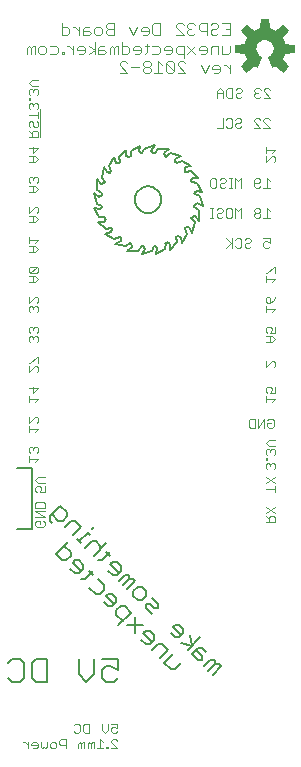
<source format=gbo>
G75*
%MOIN*%
%OFA0B0*%
%FSLAX25Y25*%
%IPPOS*%
%LPD*%
%AMOC8*
5,1,8,0,0,1.08239X$1,22.5*
%
%ADD10C,0.00300*%
%ADD11C,0.00800*%
%ADD12C,0.00500*%
%ADD13C,0.00787*%
%ADD14C,0.00700*%
D10*
X0028253Y0020118D02*
X0028770Y0020118D01*
X0029804Y0019084D01*
X0029804Y0018050D02*
X0029804Y0020118D01*
X0030866Y0019601D02*
X0030866Y0019084D01*
X0032935Y0019084D01*
X0032935Y0018567D02*
X0032935Y0019601D01*
X0032418Y0020118D01*
X0031383Y0020118D01*
X0030866Y0019601D01*
X0031383Y0018050D02*
X0032418Y0018050D01*
X0032935Y0018567D01*
X0033997Y0018567D02*
X0033997Y0020118D01*
X0033997Y0018567D02*
X0034514Y0018050D01*
X0035031Y0018567D01*
X0035548Y0018050D01*
X0036065Y0018567D01*
X0036065Y0020118D01*
X0037128Y0019601D02*
X0037645Y0020118D01*
X0038679Y0020118D01*
X0039196Y0019601D01*
X0039196Y0018567D01*
X0038679Y0018050D01*
X0037645Y0018050D01*
X0037128Y0018567D01*
X0037128Y0019601D01*
X0040258Y0019601D02*
X0040775Y0019084D01*
X0042327Y0019084D01*
X0042327Y0018050D02*
X0042327Y0021153D01*
X0040775Y0021153D01*
X0040258Y0020636D01*
X0040258Y0019601D01*
X0044954Y0023667D02*
X0045471Y0023150D01*
X0046506Y0023150D01*
X0047023Y0023667D01*
X0047023Y0025736D01*
X0046506Y0026253D01*
X0045471Y0026253D01*
X0044954Y0025736D01*
X0047037Y0020118D02*
X0046520Y0019601D01*
X0046520Y0018050D01*
X0047554Y0018050D02*
X0047554Y0019601D01*
X0047037Y0020118D01*
X0047554Y0019601D02*
X0048071Y0020118D01*
X0048588Y0020118D01*
X0048588Y0018050D01*
X0049650Y0018050D02*
X0049650Y0019601D01*
X0050167Y0020118D01*
X0050685Y0019601D01*
X0050685Y0018050D01*
X0051719Y0018050D02*
X0051719Y0020118D01*
X0051202Y0020118D01*
X0050685Y0019601D01*
X0052781Y0018050D02*
X0054849Y0018050D01*
X0053815Y0018050D02*
X0053815Y0021153D01*
X0054849Y0020118D01*
X0055898Y0018567D02*
X0055898Y0018050D01*
X0056415Y0018050D01*
X0056415Y0018567D01*
X0055898Y0018567D01*
X0057477Y0018050D02*
X0059545Y0018050D01*
X0057477Y0020118D01*
X0057477Y0020636D01*
X0057994Y0021153D01*
X0059028Y0021153D01*
X0059545Y0020636D01*
X0059028Y0023150D02*
X0057994Y0023150D01*
X0057477Y0023667D01*
X0057477Y0024701D01*
X0057994Y0025218D01*
X0058511Y0025218D01*
X0059545Y0024701D01*
X0059545Y0026253D01*
X0057477Y0026253D01*
X0056415Y0026253D02*
X0056415Y0024184D01*
X0055381Y0023150D01*
X0054346Y0024184D01*
X0054346Y0026253D01*
X0050153Y0026253D02*
X0050153Y0023150D01*
X0048602Y0023150D01*
X0048085Y0023667D01*
X0048085Y0025736D01*
X0048602Y0026253D01*
X0050153Y0026253D01*
X0059028Y0023150D02*
X0059545Y0023667D01*
X0034756Y0091854D02*
X0032687Y0091854D01*
X0032170Y0092371D01*
X0032170Y0093405D01*
X0032687Y0093922D01*
X0033721Y0093922D01*
X0033721Y0092888D01*
X0034756Y0091854D02*
X0035273Y0092371D01*
X0035273Y0093405D01*
X0034756Y0093922D01*
X0035273Y0094985D02*
X0032170Y0097053D01*
X0035273Y0097053D01*
X0035273Y0098115D02*
X0035273Y0099667D01*
X0034756Y0100184D01*
X0032687Y0100184D01*
X0032170Y0099667D01*
X0032170Y0098115D01*
X0035273Y0098115D01*
X0035273Y0094985D02*
X0032170Y0094985D01*
X0032687Y0103419D02*
X0032170Y0103936D01*
X0032170Y0104971D01*
X0032687Y0105488D01*
X0033721Y0105488D01*
X0034239Y0104971D01*
X0034239Y0104454D01*
X0033721Y0103419D01*
X0035273Y0103419D01*
X0035273Y0105488D01*
X0035273Y0106550D02*
X0033204Y0106550D01*
X0032170Y0107584D01*
X0033204Y0108618D01*
X0035273Y0108618D01*
X0032114Y0113419D02*
X0033148Y0114454D01*
X0030045Y0114454D01*
X0030045Y0115488D02*
X0030045Y0113419D01*
X0030562Y0116550D02*
X0030045Y0117067D01*
X0030045Y0118101D01*
X0030562Y0118618D01*
X0031079Y0118618D01*
X0031596Y0118101D01*
X0031596Y0117584D01*
X0031596Y0118101D02*
X0032114Y0118618D01*
X0032631Y0118618D01*
X0033148Y0118101D01*
X0033148Y0117067D01*
X0032631Y0116550D01*
X0032114Y0123419D02*
X0033148Y0124454D01*
X0030045Y0124454D01*
X0030045Y0125488D02*
X0030045Y0123419D01*
X0030045Y0126550D02*
X0032114Y0128618D01*
X0032631Y0128618D01*
X0033148Y0128101D01*
X0033148Y0127067D01*
X0032631Y0126550D01*
X0030045Y0126550D02*
X0030045Y0128618D01*
X0030045Y0133419D02*
X0030045Y0135488D01*
X0030045Y0134454D02*
X0033148Y0134454D01*
X0032114Y0133419D01*
X0031596Y0136550D02*
X0031596Y0138618D01*
X0030045Y0138101D02*
X0033148Y0138101D01*
X0031596Y0136550D01*
X0032631Y0143419D02*
X0033148Y0143936D01*
X0033148Y0144971D01*
X0032631Y0145488D01*
X0032114Y0145488D01*
X0030045Y0143419D01*
X0030045Y0145488D01*
X0030045Y0146550D02*
X0030562Y0146550D01*
X0032631Y0148618D01*
X0033148Y0148618D01*
X0033148Y0146550D01*
X0032631Y0153419D02*
X0033148Y0153936D01*
X0033148Y0154971D01*
X0032631Y0155488D01*
X0032114Y0155488D01*
X0031596Y0154971D01*
X0031079Y0155488D01*
X0030562Y0155488D01*
X0030045Y0154971D01*
X0030045Y0153936D01*
X0030562Y0153419D01*
X0031596Y0154454D02*
X0031596Y0154971D01*
X0030562Y0156550D02*
X0030045Y0157067D01*
X0030045Y0158101D01*
X0030562Y0158618D01*
X0031079Y0158618D01*
X0031596Y0158101D01*
X0031596Y0157584D01*
X0031596Y0158101D02*
X0032114Y0158618D01*
X0032631Y0158618D01*
X0033148Y0158101D01*
X0033148Y0157067D01*
X0032631Y0156550D01*
X0032631Y0163419D02*
X0033148Y0163936D01*
X0033148Y0164971D01*
X0032631Y0165488D01*
X0032114Y0165488D01*
X0031596Y0164971D01*
X0031079Y0165488D01*
X0030562Y0165488D01*
X0030045Y0164971D01*
X0030045Y0163936D01*
X0030562Y0163419D01*
X0031596Y0164454D02*
X0031596Y0164971D01*
X0032631Y0166550D02*
X0033148Y0167067D01*
X0033148Y0168101D01*
X0032631Y0168618D01*
X0032114Y0168618D01*
X0030045Y0166550D01*
X0030045Y0168618D01*
X0030045Y0173419D02*
X0032114Y0173419D01*
X0033148Y0174454D01*
X0032114Y0175488D01*
X0030045Y0175488D01*
X0030562Y0176550D02*
X0032631Y0178618D01*
X0030562Y0178618D01*
X0030045Y0178101D01*
X0030045Y0177067D01*
X0030562Y0176550D01*
X0032631Y0176550D01*
X0033148Y0177067D01*
X0033148Y0178101D01*
X0032631Y0178618D01*
X0031596Y0175488D02*
X0031596Y0173419D01*
X0031596Y0183419D02*
X0031596Y0185488D01*
X0032114Y0185488D02*
X0030045Y0185488D01*
X0030045Y0186550D02*
X0030045Y0188618D01*
X0030045Y0187584D02*
X0033148Y0187584D01*
X0032114Y0186550D01*
X0032114Y0185488D02*
X0033148Y0184454D01*
X0032114Y0183419D01*
X0030045Y0183419D01*
X0030045Y0193419D02*
X0032114Y0193419D01*
X0033148Y0194454D01*
X0032114Y0195488D01*
X0030045Y0195488D01*
X0030045Y0196550D02*
X0032114Y0198618D01*
X0032631Y0198618D01*
X0033148Y0198101D01*
X0033148Y0197067D01*
X0032631Y0196550D01*
X0031596Y0195488D02*
X0031596Y0193419D01*
X0030045Y0196550D02*
X0030045Y0198618D01*
X0030045Y0203419D02*
X0032114Y0203419D01*
X0033148Y0204454D01*
X0032114Y0205488D01*
X0030045Y0205488D01*
X0030562Y0206550D02*
X0030045Y0207067D01*
X0030045Y0208101D01*
X0030562Y0208618D01*
X0031079Y0208618D01*
X0031596Y0208101D01*
X0031596Y0207584D01*
X0031596Y0208101D02*
X0032114Y0208618D01*
X0032631Y0208618D01*
X0033148Y0208101D01*
X0033148Y0207067D01*
X0032631Y0206550D01*
X0031596Y0205488D02*
X0031596Y0203419D01*
X0031596Y0213419D02*
X0031596Y0215488D01*
X0032114Y0215488D02*
X0030045Y0215488D01*
X0031596Y0216550D02*
X0031596Y0218618D01*
X0030045Y0218101D02*
X0033148Y0218101D01*
X0031596Y0216550D01*
X0032114Y0215488D02*
X0033148Y0214454D01*
X0032114Y0213419D01*
X0030045Y0213419D01*
X0030045Y0221854D02*
X0033148Y0221854D01*
X0033148Y0223405D01*
X0032631Y0223922D01*
X0031596Y0223922D01*
X0031079Y0223405D01*
X0031079Y0221854D01*
X0031079Y0222888D02*
X0030045Y0223922D01*
X0030562Y0224985D02*
X0030045Y0225502D01*
X0030045Y0226536D01*
X0030562Y0227053D01*
X0031079Y0227053D01*
X0031596Y0226536D01*
X0031596Y0225502D01*
X0032114Y0224985D01*
X0032631Y0224985D01*
X0033148Y0225502D01*
X0033148Y0226536D01*
X0032631Y0227053D01*
X0033148Y0228115D02*
X0033148Y0230184D01*
X0032631Y0231071D02*
X0033148Y0231588D01*
X0033148Y0232623D01*
X0032631Y0233140D01*
X0032114Y0233140D01*
X0031596Y0232623D01*
X0031079Y0233140D01*
X0030562Y0233140D01*
X0030045Y0232623D01*
X0030045Y0231588D01*
X0030562Y0231071D01*
X0031596Y0232106D02*
X0031596Y0232623D01*
X0030562Y0234202D02*
X0030562Y0234719D01*
X0030045Y0234719D01*
X0030045Y0234202D01*
X0030562Y0234202D01*
X0030562Y0235767D02*
X0030045Y0236284D01*
X0030045Y0237319D01*
X0030562Y0237836D01*
X0031079Y0237836D01*
X0031596Y0237319D01*
X0031596Y0236802D01*
X0031596Y0237319D02*
X0032114Y0237836D01*
X0032631Y0237836D01*
X0033148Y0237319D01*
X0033148Y0236284D01*
X0032631Y0235767D01*
X0033148Y0238898D02*
X0031079Y0238898D01*
X0030045Y0239932D01*
X0031079Y0240966D01*
X0033148Y0240966D01*
X0033886Y0249475D02*
X0033236Y0250126D01*
X0033236Y0251427D01*
X0033886Y0252077D01*
X0035187Y0252077D01*
X0035838Y0251427D01*
X0035838Y0250126D01*
X0035187Y0249475D01*
X0033886Y0249475D01*
X0031971Y0249475D02*
X0031971Y0252077D01*
X0031320Y0252077D01*
X0030670Y0251427D01*
X0030019Y0252077D01*
X0029368Y0251427D01*
X0029368Y0249475D01*
X0030670Y0249475D02*
X0030670Y0251427D01*
X0037103Y0252077D02*
X0039055Y0252077D01*
X0039705Y0251427D01*
X0039705Y0250126D01*
X0039055Y0249475D01*
X0037103Y0249475D01*
X0040988Y0249475D02*
X0041639Y0249475D01*
X0041639Y0250126D01*
X0040988Y0250126D01*
X0040988Y0249475D01*
X0042910Y0252077D02*
X0043561Y0252077D01*
X0044862Y0250776D01*
X0046127Y0250776D02*
X0048729Y0250776D01*
X0048729Y0250126D02*
X0048729Y0251427D01*
X0048078Y0252077D01*
X0046777Y0252077D01*
X0046127Y0251427D01*
X0046127Y0250776D01*
X0046777Y0249475D02*
X0048078Y0249475D01*
X0048729Y0250126D01*
X0050000Y0249475D02*
X0051952Y0250776D01*
X0050000Y0252077D01*
X0051952Y0253378D02*
X0051952Y0249475D01*
X0053217Y0249475D02*
X0053217Y0251427D01*
X0053867Y0252077D01*
X0055168Y0252077D01*
X0055168Y0250776D02*
X0053217Y0250776D01*
X0053217Y0249475D02*
X0055168Y0249475D01*
X0055819Y0250126D01*
X0055168Y0250776D01*
X0057084Y0251427D02*
X0057084Y0249475D01*
X0058385Y0249475D02*
X0058385Y0251427D01*
X0057735Y0252077D01*
X0057084Y0251427D01*
X0058385Y0251427D02*
X0059036Y0252077D01*
X0059686Y0252077D01*
X0059686Y0249475D01*
X0060951Y0249475D02*
X0062903Y0249475D01*
X0063554Y0250126D01*
X0063554Y0251427D01*
X0062903Y0252077D01*
X0060951Y0252077D01*
X0060951Y0253378D02*
X0060951Y0249475D01*
X0060957Y0247078D02*
X0062258Y0247078D01*
X0062909Y0246428D01*
X0064174Y0245127D02*
X0066776Y0245127D01*
X0068041Y0245777D02*
X0068692Y0245127D01*
X0069993Y0245127D01*
X0070644Y0245777D01*
X0070644Y0246428D01*
X0069993Y0247078D01*
X0068692Y0247078D01*
X0068041Y0246428D01*
X0068041Y0245777D01*
X0068692Y0245127D02*
X0068041Y0244476D01*
X0068041Y0243826D01*
X0068692Y0243175D01*
X0069993Y0243175D01*
X0070644Y0243826D01*
X0070644Y0244476D01*
X0069993Y0245127D01*
X0071264Y0249475D02*
X0073216Y0249475D01*
X0073866Y0250126D01*
X0073866Y0251427D01*
X0073216Y0252077D01*
X0071264Y0252077D01*
X0069999Y0252077D02*
X0068698Y0252077D01*
X0069348Y0252728D02*
X0069348Y0250126D01*
X0068698Y0249475D01*
X0067421Y0250126D02*
X0067421Y0251427D01*
X0066770Y0252077D01*
X0065469Y0252077D01*
X0064819Y0251427D01*
X0064819Y0250776D01*
X0067421Y0250776D01*
X0067421Y0250126D02*
X0066770Y0249475D01*
X0065469Y0249475D01*
X0060307Y0245777D02*
X0062909Y0243175D01*
X0060307Y0243175D01*
X0060307Y0245777D02*
X0060307Y0246428D01*
X0060957Y0247078D01*
X0058397Y0255775D02*
X0056445Y0255775D01*
X0055795Y0256426D01*
X0055795Y0257076D01*
X0056445Y0257727D01*
X0058397Y0257727D01*
X0058397Y0259678D02*
X0058397Y0255775D01*
X0056445Y0257727D02*
X0055795Y0258377D01*
X0055795Y0259028D01*
X0056445Y0259678D01*
X0058397Y0259678D01*
X0054530Y0257727D02*
X0054530Y0256426D01*
X0053879Y0255775D01*
X0052578Y0255775D01*
X0051928Y0256426D01*
X0051928Y0257727D01*
X0052578Y0258377D01*
X0053879Y0258377D01*
X0054530Y0257727D01*
X0050663Y0256426D02*
X0050012Y0257076D01*
X0048060Y0257076D01*
X0048060Y0257727D02*
X0048060Y0255775D01*
X0050012Y0255775D01*
X0050663Y0256426D01*
X0050012Y0258377D02*
X0048711Y0258377D01*
X0048060Y0257727D01*
X0046795Y0258377D02*
X0046795Y0255775D01*
X0046795Y0257076D02*
X0045494Y0258377D01*
X0044844Y0258377D01*
X0043573Y0257727D02*
X0042922Y0258377D01*
X0040970Y0258377D01*
X0040970Y0259678D02*
X0040970Y0255775D01*
X0042922Y0255775D01*
X0043573Y0256426D01*
X0043573Y0257727D01*
X0044862Y0252077D02*
X0044862Y0249475D01*
X0033745Y0231096D02*
X0033745Y0221704D01*
X0033148Y0229150D02*
X0030045Y0229150D01*
X0064831Y0255775D02*
X0063530Y0258377D01*
X0066132Y0258377D02*
X0064831Y0255775D01*
X0067397Y0257076D02*
X0069999Y0257076D01*
X0069999Y0256426D02*
X0069999Y0257727D01*
X0069348Y0258377D01*
X0068047Y0258377D01*
X0067397Y0257727D01*
X0067397Y0257076D01*
X0068047Y0255775D02*
X0069348Y0255775D01*
X0069999Y0256426D01*
X0071264Y0256426D02*
X0071264Y0259028D01*
X0071915Y0259678D01*
X0073866Y0259678D01*
X0073866Y0255775D01*
X0071915Y0255775D01*
X0071264Y0256426D01*
X0075782Y0252077D02*
X0075131Y0251427D01*
X0075131Y0250776D01*
X0077734Y0250776D01*
X0077734Y0250126D02*
X0077734Y0251427D01*
X0077083Y0252077D01*
X0075782Y0252077D01*
X0075782Y0249475D02*
X0077083Y0249475D01*
X0077734Y0250126D01*
X0078999Y0250126D02*
X0079649Y0249475D01*
X0081601Y0249475D01*
X0082866Y0249475D02*
X0085468Y0252077D01*
X0086733Y0251427D02*
X0086733Y0250776D01*
X0089336Y0250776D01*
X0089336Y0250126D02*
X0089336Y0251427D01*
X0088685Y0252077D01*
X0087384Y0252077D01*
X0086733Y0251427D01*
X0087384Y0249475D02*
X0088685Y0249475D01*
X0089336Y0250126D01*
X0090601Y0249475D02*
X0090601Y0251427D01*
X0091251Y0252077D01*
X0093203Y0252077D01*
X0093203Y0249475D01*
X0094468Y0249475D02*
X0094468Y0252077D01*
X0094468Y0249475D02*
X0096420Y0249475D01*
X0097070Y0250126D01*
X0097070Y0252077D01*
X0098826Y0252187D02*
X0105623Y0252187D01*
X0105624Y0252196D02*
X0105524Y0251573D01*
X0105554Y0250942D01*
X0105711Y0250330D01*
X0105991Y0249764D01*
X0106380Y0249266D01*
X0106862Y0248859D01*
X0107418Y0248558D01*
X0106005Y0245148D01*
X0105009Y0245661D01*
X0102535Y0243644D01*
X0100839Y0245340D01*
X0102857Y0247814D01*
X0102343Y0248811D01*
X0102002Y0249878D01*
X0098826Y0250200D01*
X0098826Y0252600D01*
X0102002Y0252922D01*
X0102343Y0253989D01*
X0102857Y0254986D01*
X0100839Y0257460D01*
X0102535Y0259156D01*
X0105009Y0257139D01*
X0106006Y0257652D01*
X0107073Y0257993D01*
X0107396Y0261169D01*
X0109795Y0261169D01*
X0110117Y0257993D01*
X0111185Y0257652D01*
X0112181Y0257139D01*
X0114655Y0259156D01*
X0116351Y0257460D01*
X0114334Y0254986D01*
X0114847Y0253989D01*
X0115188Y0252922D01*
X0118364Y0252600D01*
X0118364Y0250200D01*
X0115188Y0249878D01*
X0114847Y0248811D01*
X0114334Y0247814D01*
X0116351Y0245340D01*
X0114655Y0243644D01*
X0112181Y0245661D01*
X0111185Y0245148D01*
X0109772Y0248558D01*
X0110304Y0248842D01*
X0110770Y0249225D01*
X0111153Y0249691D01*
X0111437Y0250223D01*
X0111612Y0250800D01*
X0111671Y0251400D01*
X0111606Y0252028D01*
X0111414Y0252630D01*
X0111104Y0253180D01*
X0110687Y0253655D01*
X0110183Y0254035D01*
X0109611Y0254303D01*
X0108997Y0254450D01*
X0108365Y0254467D01*
X0107744Y0254356D01*
X0107158Y0254120D01*
X0106633Y0253769D01*
X0106190Y0253318D01*
X0105849Y0252786D01*
X0105624Y0252196D01*
X0105734Y0252485D02*
X0098826Y0252485D01*
X0098826Y0251888D02*
X0105575Y0251888D01*
X0105527Y0251590D02*
X0098826Y0251590D01*
X0098826Y0251291D02*
X0105537Y0251291D01*
X0105551Y0250993D02*
X0098826Y0250993D01*
X0098826Y0250694D02*
X0105617Y0250694D01*
X0105694Y0250396D02*
X0098826Y0250396D01*
X0099843Y0250097D02*
X0105826Y0250097D01*
X0105973Y0249799D02*
X0102027Y0249799D01*
X0102123Y0249500D02*
X0106197Y0249500D01*
X0106456Y0249202D02*
X0102218Y0249202D01*
X0102314Y0248903D02*
X0106810Y0248903D01*
X0107332Y0248605D02*
X0102450Y0248605D01*
X0102603Y0248306D02*
X0107314Y0248306D01*
X0107190Y0248008D02*
X0102757Y0248008D01*
X0102771Y0247709D02*
X0107066Y0247709D01*
X0106943Y0247411D02*
X0102527Y0247411D01*
X0102284Y0247112D02*
X0106819Y0247112D01*
X0106695Y0246814D02*
X0102041Y0246814D01*
X0101797Y0246515D02*
X0106572Y0246515D01*
X0106448Y0246216D02*
X0101554Y0246216D01*
X0101310Y0245918D02*
X0106324Y0245918D01*
X0106201Y0245619D02*
X0105091Y0245619D01*
X0104958Y0245619D02*
X0101067Y0245619D01*
X0100858Y0245321D02*
X0104592Y0245321D01*
X0104226Y0245022D02*
X0101157Y0245022D01*
X0101455Y0244724D02*
X0103860Y0244724D01*
X0103494Y0244425D02*
X0101754Y0244425D01*
X0102052Y0244127D02*
X0103127Y0244127D01*
X0102761Y0243828D02*
X0102351Y0243828D01*
X0105670Y0245321D02*
X0106077Y0245321D01*
X0110371Y0247112D02*
X0114906Y0247112D01*
X0114663Y0247411D02*
X0110248Y0247411D01*
X0110124Y0247709D02*
X0114419Y0247709D01*
X0114433Y0248008D02*
X0110000Y0248008D01*
X0109877Y0248306D02*
X0114587Y0248306D01*
X0114741Y0248605D02*
X0109859Y0248605D01*
X0110378Y0248903D02*
X0114876Y0248903D01*
X0114972Y0249202D02*
X0110742Y0249202D01*
X0110996Y0249500D02*
X0115068Y0249500D01*
X0115163Y0249799D02*
X0111210Y0249799D01*
X0111370Y0250097D02*
X0117347Y0250097D01*
X0118364Y0250396D02*
X0111489Y0250396D01*
X0111580Y0250694D02*
X0118364Y0250694D01*
X0118364Y0250993D02*
X0111631Y0250993D01*
X0111660Y0251291D02*
X0118364Y0251291D01*
X0118364Y0251590D02*
X0111652Y0251590D01*
X0111621Y0251888D02*
X0118364Y0251888D01*
X0118364Y0252187D02*
X0111556Y0252187D01*
X0111461Y0252485D02*
X0118364Y0252485D01*
X0116551Y0252784D02*
X0111328Y0252784D01*
X0111159Y0253082D02*
X0115137Y0253082D01*
X0115042Y0253381D02*
X0110928Y0253381D01*
X0110655Y0253679D02*
X0114946Y0253679D01*
X0114851Y0253978D02*
X0110258Y0253978D01*
X0109669Y0254276D02*
X0114699Y0254276D01*
X0114545Y0254575D02*
X0102645Y0254575D01*
X0102799Y0254873D02*
X0114392Y0254873D01*
X0114485Y0255172D02*
X0102705Y0255172D01*
X0102461Y0255470D02*
X0114729Y0255470D01*
X0114972Y0255769D02*
X0102218Y0255769D01*
X0101975Y0256067D02*
X0115216Y0256067D01*
X0115459Y0256366D02*
X0101731Y0256366D01*
X0101488Y0256664D02*
X0115702Y0256664D01*
X0115946Y0256963D02*
X0101244Y0256963D01*
X0101001Y0257261D02*
X0104859Y0257261D01*
X0105248Y0257261D02*
X0111942Y0257261D01*
X0112332Y0257261D02*
X0116189Y0257261D01*
X0116251Y0257560D02*
X0112698Y0257560D01*
X0113064Y0257858D02*
X0115952Y0257858D01*
X0115654Y0258157D02*
X0113430Y0258157D01*
X0113796Y0258455D02*
X0115355Y0258455D01*
X0115057Y0258754D02*
X0114162Y0258754D01*
X0114528Y0259052D02*
X0114758Y0259052D01*
X0111363Y0257560D02*
X0105827Y0257560D01*
X0106652Y0257858D02*
X0110539Y0257858D01*
X0110101Y0258157D02*
X0107090Y0258157D01*
X0107120Y0258455D02*
X0110070Y0258455D01*
X0110040Y0258754D02*
X0107150Y0258754D01*
X0107181Y0259052D02*
X0110010Y0259052D01*
X0109979Y0259351D02*
X0107211Y0259351D01*
X0107241Y0259650D02*
X0109949Y0259650D01*
X0109919Y0259948D02*
X0107272Y0259948D01*
X0107302Y0260247D02*
X0109888Y0260247D01*
X0109858Y0260545D02*
X0107332Y0260545D01*
X0107362Y0260844D02*
X0109828Y0260844D01*
X0109798Y0261142D02*
X0107393Y0261142D01*
X0104493Y0257560D02*
X0100939Y0257560D01*
X0101238Y0257858D02*
X0104126Y0257858D01*
X0103760Y0258157D02*
X0101536Y0258157D01*
X0101835Y0258455D02*
X0103394Y0258455D01*
X0103028Y0258754D02*
X0102133Y0258754D01*
X0102432Y0259052D02*
X0102662Y0259052D01*
X0102491Y0254276D02*
X0107547Y0254276D01*
X0106946Y0253978D02*
X0102340Y0253978D01*
X0102244Y0253679D02*
X0106545Y0253679D01*
X0106252Y0253381D02*
X0102149Y0253381D01*
X0102053Y0253082D02*
X0106039Y0253082D01*
X0105848Y0252784D02*
X0100640Y0252784D01*
X0097070Y0255775D02*
X0097070Y0259678D01*
X0094468Y0259678D01*
X0093203Y0259028D02*
X0093203Y0258377D01*
X0092552Y0257727D01*
X0091251Y0257727D01*
X0090601Y0257076D01*
X0090601Y0256426D01*
X0091251Y0255775D01*
X0092552Y0255775D01*
X0093203Y0256426D01*
X0094468Y0255775D02*
X0097070Y0255775D01*
X0097070Y0257727D02*
X0095769Y0257727D01*
X0093203Y0259028D02*
X0092552Y0259678D01*
X0091251Y0259678D01*
X0090601Y0259028D01*
X0089336Y0259678D02*
X0089336Y0255775D01*
X0089336Y0257076D02*
X0087384Y0257076D01*
X0086733Y0257727D01*
X0086733Y0259028D01*
X0087384Y0259678D01*
X0089336Y0259678D01*
X0085468Y0259028D02*
X0084818Y0259678D01*
X0083517Y0259678D01*
X0082866Y0259028D01*
X0082866Y0258377D01*
X0083517Y0257727D01*
X0082866Y0257076D01*
X0082866Y0256426D01*
X0083517Y0255775D01*
X0084818Y0255775D01*
X0085468Y0256426D01*
X0084167Y0257727D02*
X0083517Y0257727D01*
X0081601Y0259028D02*
X0080950Y0259678D01*
X0079649Y0259678D01*
X0078999Y0259028D01*
X0078999Y0258377D01*
X0081601Y0255775D01*
X0078999Y0255775D01*
X0079649Y0252077D02*
X0078999Y0251427D01*
X0078999Y0250126D01*
X0079649Y0252077D02*
X0081601Y0252077D01*
X0081601Y0248174D01*
X0081595Y0247078D02*
X0082245Y0246428D01*
X0081595Y0247078D02*
X0080294Y0247078D01*
X0079643Y0246428D01*
X0079643Y0245777D01*
X0082245Y0243175D01*
X0079643Y0243175D01*
X0078378Y0243826D02*
X0078378Y0246428D01*
X0077728Y0247078D01*
X0076427Y0247078D01*
X0075776Y0246428D01*
X0078378Y0243826D01*
X0077728Y0243175D01*
X0076427Y0243175D01*
X0075776Y0243826D01*
X0075776Y0246428D01*
X0074511Y0245777D02*
X0073210Y0247078D01*
X0073210Y0243175D01*
X0074511Y0243175D02*
X0071909Y0243175D01*
X0082866Y0252077D02*
X0085468Y0249475D01*
X0087378Y0245777D02*
X0088679Y0243175D01*
X0089980Y0245777D01*
X0091245Y0245127D02*
X0091245Y0244476D01*
X0093847Y0244476D01*
X0093847Y0243826D02*
X0093847Y0245127D01*
X0093197Y0245777D01*
X0091896Y0245777D01*
X0091245Y0245127D01*
X0091896Y0243175D02*
X0093197Y0243175D01*
X0093847Y0243826D01*
X0095118Y0245777D02*
X0095769Y0245777D01*
X0097070Y0244476D01*
X0097070Y0243175D02*
X0097070Y0245777D01*
X0096371Y0238078D02*
X0097922Y0238078D01*
X0097922Y0234975D01*
X0096371Y0234975D01*
X0095854Y0235492D01*
X0095854Y0237561D01*
X0096371Y0238078D01*
X0094792Y0237043D02*
X0094792Y0234975D01*
X0094792Y0236526D02*
X0092723Y0236526D01*
X0092723Y0237043D02*
X0092723Y0234975D01*
X0092723Y0237043D02*
X0093758Y0238078D01*
X0094792Y0237043D01*
X0098985Y0237561D02*
X0099502Y0238078D01*
X0100536Y0238078D01*
X0101053Y0237561D01*
X0101053Y0237043D01*
X0100536Y0236526D01*
X0099502Y0236526D01*
X0098985Y0236009D01*
X0098985Y0235492D01*
X0099502Y0234975D01*
X0100536Y0234975D01*
X0101053Y0235492D01*
X0105246Y0235492D02*
X0105763Y0234975D01*
X0106797Y0234975D01*
X0107314Y0235492D01*
X0108377Y0234975D02*
X0110445Y0234975D01*
X0108377Y0237043D01*
X0108377Y0237561D01*
X0108894Y0238078D01*
X0109928Y0238078D01*
X0110445Y0237561D01*
X0107314Y0237561D02*
X0106797Y0238078D01*
X0105763Y0238078D01*
X0105246Y0237561D01*
X0105246Y0237043D01*
X0105763Y0236526D01*
X0105246Y0236009D01*
X0105246Y0235492D01*
X0105763Y0236526D02*
X0106280Y0236526D01*
X0106672Y0228078D02*
X0105638Y0228078D01*
X0105121Y0227561D01*
X0105121Y0227043D01*
X0107189Y0224975D01*
X0105121Y0224975D01*
X0107189Y0227561D02*
X0106672Y0228078D01*
X0108252Y0227561D02*
X0108769Y0228078D01*
X0109803Y0228078D01*
X0110320Y0227561D01*
X0108252Y0227561D02*
X0108252Y0227043D01*
X0110320Y0224975D01*
X0108252Y0224975D01*
X0109045Y0218618D02*
X0109045Y0216550D01*
X0109045Y0217584D02*
X0112148Y0217584D01*
X0111114Y0216550D01*
X0111114Y0215488D02*
X0111631Y0215488D01*
X0112148Y0214971D01*
X0112148Y0213936D01*
X0111631Y0213419D01*
X0111114Y0215488D02*
X0109045Y0213419D01*
X0109045Y0215488D01*
X0109286Y0208078D02*
X0109286Y0204975D01*
X0110320Y0204975D02*
X0108252Y0204975D01*
X0107189Y0205492D02*
X0106672Y0204975D01*
X0105638Y0204975D01*
X0105121Y0205492D01*
X0105121Y0207561D01*
X0105638Y0208078D01*
X0106672Y0208078D01*
X0107189Y0207561D01*
X0107189Y0207043D01*
X0106672Y0206526D01*
X0105121Y0206526D01*
X0109286Y0208078D02*
X0110320Y0207043D01*
X0109286Y0198078D02*
X0109286Y0194975D01*
X0110320Y0194975D02*
X0108252Y0194975D01*
X0107189Y0195492D02*
X0107189Y0196009D01*
X0106672Y0196526D01*
X0105638Y0196526D01*
X0105121Y0196009D01*
X0105121Y0195492D01*
X0105638Y0194975D01*
X0106672Y0194975D01*
X0107189Y0195492D01*
X0106672Y0196526D02*
X0107189Y0197043D01*
X0107189Y0197561D01*
X0106672Y0198078D01*
X0105638Y0198078D01*
X0105121Y0197561D01*
X0105121Y0197043D01*
X0105638Y0196526D01*
X0109286Y0198078D02*
X0110320Y0197043D01*
X0110320Y0188078D02*
X0108252Y0188078D01*
X0108769Y0187043D02*
X0108252Y0186526D01*
X0108252Y0185492D01*
X0108769Y0184975D01*
X0109803Y0184975D01*
X0110320Y0185492D01*
X0110320Y0186526D02*
X0109286Y0187043D01*
X0108769Y0187043D01*
X0110320Y0186526D02*
X0110320Y0188078D01*
X0111631Y0178618D02*
X0109562Y0176550D01*
X0109045Y0176550D01*
X0109045Y0175488D02*
X0109045Y0173419D01*
X0109045Y0174454D02*
X0112148Y0174454D01*
X0111114Y0173419D01*
X0112148Y0176550D02*
X0112148Y0178618D01*
X0111631Y0178618D01*
X0112148Y0168618D02*
X0111631Y0167584D01*
X0110596Y0166550D01*
X0109562Y0166550D01*
X0109045Y0167067D01*
X0109045Y0168101D01*
X0109562Y0168618D01*
X0110079Y0168618D01*
X0110596Y0168101D01*
X0110596Y0166550D01*
X0109045Y0165488D02*
X0109045Y0163419D01*
X0109045Y0164454D02*
X0112148Y0164454D01*
X0111114Y0163419D01*
X0110596Y0158618D02*
X0109562Y0158618D01*
X0109045Y0158101D01*
X0109045Y0157067D01*
X0109562Y0156550D01*
X0110596Y0156550D02*
X0111114Y0157584D01*
X0111114Y0158101D01*
X0110596Y0158618D01*
X0110596Y0156550D02*
X0112148Y0156550D01*
X0112148Y0158618D01*
X0111114Y0155488D02*
X0109045Y0155488D01*
X0109045Y0153419D02*
X0111114Y0153419D01*
X0112148Y0154454D01*
X0111114Y0155488D01*
X0110596Y0155488D02*
X0110596Y0153419D01*
X0111114Y0147053D02*
X0111631Y0147053D01*
X0112148Y0146536D01*
X0112148Y0145502D01*
X0111631Y0144985D01*
X0111114Y0147053D02*
X0109045Y0144985D01*
X0109045Y0147053D01*
X0109562Y0138618D02*
X0109045Y0138101D01*
X0109045Y0137067D01*
X0109562Y0136550D01*
X0110596Y0136550D02*
X0111114Y0137584D01*
X0111114Y0138101D01*
X0110596Y0138618D01*
X0109562Y0138618D01*
X0110596Y0136550D02*
X0112148Y0136550D01*
X0112148Y0138618D01*
X0112148Y0134454D02*
X0111114Y0133419D01*
X0112148Y0134454D02*
X0109045Y0134454D01*
X0109045Y0135488D02*
X0109045Y0133419D01*
X0108510Y0127953D02*
X0106442Y0124850D01*
X0106442Y0127953D01*
X0105380Y0127953D02*
X0105380Y0124850D01*
X0103828Y0124850D01*
X0103311Y0125367D01*
X0103311Y0127436D01*
X0103828Y0127953D01*
X0105380Y0127953D01*
X0108510Y0127953D02*
X0108510Y0124850D01*
X0109573Y0125367D02*
X0109573Y0126401D01*
X0110607Y0126401D01*
X0111641Y0125367D02*
X0111641Y0127436D01*
X0111124Y0127953D01*
X0110090Y0127953D01*
X0109573Y0127436D01*
X0109573Y0125367D02*
X0110090Y0124850D01*
X0111124Y0124850D01*
X0111641Y0125367D01*
X0112148Y0120966D02*
X0110079Y0120966D01*
X0109045Y0119932D01*
X0110079Y0118898D01*
X0112148Y0118898D01*
X0111631Y0117836D02*
X0112148Y0117319D01*
X0112148Y0116284D01*
X0111631Y0115767D01*
X0110596Y0116802D02*
X0110596Y0117319D01*
X0110079Y0117836D01*
X0109562Y0117836D01*
X0109045Y0117319D01*
X0109045Y0116284D01*
X0109562Y0115767D01*
X0109562Y0114719D02*
X0109045Y0114719D01*
X0109045Y0114202D01*
X0109562Y0114202D01*
X0109562Y0114719D01*
X0109562Y0113140D02*
X0109045Y0112623D01*
X0109045Y0111588D01*
X0109562Y0111071D01*
X0110596Y0112106D02*
X0110596Y0112623D01*
X0110079Y0113140D01*
X0109562Y0113140D01*
X0110596Y0112623D02*
X0111114Y0113140D01*
X0111631Y0113140D01*
X0112148Y0112623D01*
X0112148Y0111588D01*
X0111631Y0111071D01*
X0112148Y0108618D02*
X0109045Y0106550D01*
X0109045Y0108618D02*
X0112148Y0106550D01*
X0112148Y0105488D02*
X0112148Y0103419D01*
X0112148Y0104454D02*
X0109045Y0104454D01*
X0109045Y0098618D02*
X0112148Y0096550D01*
X0111631Y0095488D02*
X0112148Y0094971D01*
X0112148Y0093419D01*
X0109045Y0093419D01*
X0110079Y0093419D02*
X0110079Y0094971D01*
X0110596Y0095488D01*
X0111631Y0095488D01*
X0110079Y0094454D02*
X0109045Y0095488D01*
X0109045Y0096550D02*
X0112148Y0098618D01*
X0110596Y0117319D02*
X0111114Y0117836D01*
X0111631Y0117836D01*
X0103542Y0184975D02*
X0104059Y0185492D01*
X0103542Y0184975D02*
X0102507Y0184975D01*
X0101990Y0185492D01*
X0101990Y0186009D01*
X0102507Y0186526D01*
X0103542Y0186526D01*
X0104059Y0187043D01*
X0104059Y0187561D01*
X0103542Y0188078D01*
X0102507Y0188078D01*
X0101990Y0187561D01*
X0100928Y0187561D02*
X0100928Y0185492D01*
X0100411Y0184975D01*
X0099377Y0184975D01*
X0098860Y0185492D01*
X0097797Y0184975D02*
X0097797Y0188078D01*
X0098860Y0187561D02*
X0099377Y0188078D01*
X0100411Y0188078D01*
X0100928Y0187561D01*
X0100928Y0194975D02*
X0100928Y0198078D01*
X0099894Y0197043D01*
X0098860Y0198078D01*
X0098860Y0194975D01*
X0097797Y0195492D02*
X0097280Y0194975D01*
X0096246Y0194975D01*
X0095729Y0195492D01*
X0095729Y0197561D01*
X0096246Y0198078D01*
X0097280Y0198078D01*
X0097797Y0197561D01*
X0097797Y0195492D01*
X0094667Y0195492D02*
X0094150Y0194975D01*
X0093115Y0194975D01*
X0092598Y0195492D01*
X0092598Y0196009D01*
X0093115Y0196526D01*
X0094150Y0196526D01*
X0094667Y0197043D01*
X0094667Y0197561D01*
X0094150Y0198078D01*
X0093115Y0198078D01*
X0092598Y0197561D01*
X0091536Y0198078D02*
X0090502Y0198078D01*
X0091019Y0198078D02*
X0091019Y0194975D01*
X0091536Y0194975D02*
X0090502Y0194975D01*
X0095729Y0188078D02*
X0097797Y0186009D01*
X0097280Y0186526D02*
X0095729Y0184975D01*
X0095193Y0204975D02*
X0095710Y0205492D01*
X0095193Y0204975D02*
X0094159Y0204975D01*
X0093642Y0205492D01*
X0093642Y0206009D01*
X0094159Y0206526D01*
X0095193Y0206526D01*
X0095710Y0207043D01*
X0095710Y0207561D01*
X0095193Y0208078D01*
X0094159Y0208078D01*
X0093642Y0207561D01*
X0092580Y0207561D02*
X0092580Y0205492D01*
X0092063Y0204975D01*
X0091028Y0204975D01*
X0090511Y0205492D01*
X0090511Y0207561D01*
X0091028Y0208078D01*
X0092063Y0208078D01*
X0092580Y0207561D01*
X0096763Y0208078D02*
X0097797Y0208078D01*
X0097280Y0208078D02*
X0097280Y0204975D01*
X0097797Y0204975D02*
X0096763Y0204975D01*
X0098860Y0204975D02*
X0098860Y0208078D01*
X0099894Y0207043D01*
X0100928Y0208078D01*
X0100928Y0204975D01*
X0100411Y0224975D02*
X0099377Y0224975D01*
X0098860Y0225492D01*
X0098860Y0226009D01*
X0099377Y0226526D01*
X0100411Y0226526D01*
X0100928Y0227043D01*
X0100928Y0227561D01*
X0100411Y0228078D01*
X0099377Y0228078D01*
X0098860Y0227561D01*
X0097797Y0227561D02*
X0097797Y0225492D01*
X0097280Y0224975D01*
X0096246Y0224975D01*
X0095729Y0225492D01*
X0094667Y0224975D02*
X0094667Y0228078D01*
X0095729Y0227561D02*
X0096246Y0228078D01*
X0097280Y0228078D01*
X0097797Y0227561D01*
X0100411Y0224975D02*
X0100928Y0225492D01*
X0094667Y0224975D02*
X0092598Y0224975D01*
X0110495Y0246814D02*
X0115150Y0246814D01*
X0115393Y0246515D02*
X0110619Y0246515D01*
X0110742Y0246216D02*
X0115636Y0246216D01*
X0115880Y0245918D02*
X0110866Y0245918D01*
X0110990Y0245619D02*
X0112100Y0245619D01*
X0112232Y0245619D02*
X0116123Y0245619D01*
X0116332Y0245321D02*
X0112598Y0245321D01*
X0112965Y0245022D02*
X0116033Y0245022D01*
X0115735Y0244724D02*
X0113331Y0244724D01*
X0113697Y0244425D02*
X0115436Y0244425D01*
X0115138Y0244127D02*
X0114063Y0244127D01*
X0114429Y0243828D02*
X0114839Y0243828D01*
X0111520Y0245321D02*
X0111113Y0245321D01*
D11*
X0031095Y0111525D02*
X0031095Y0091275D01*
X0026095Y0091275D01*
X0026095Y0111525D02*
X0031095Y0111525D01*
D12*
X0040576Y0098833D02*
X0037097Y0095354D01*
X0037097Y0093962D01*
X0037792Y0093266D01*
X0039880Y0093962D02*
X0037792Y0096050D01*
X0039880Y0093962D02*
X0041272Y0093962D01*
X0042664Y0095354D01*
X0042664Y0096746D01*
X0040576Y0098833D01*
X0044047Y0093970D02*
X0041959Y0091883D01*
X0043241Y0086914D02*
X0039066Y0082738D01*
X0041154Y0080651D01*
X0042545Y0080651D01*
X0043937Y0082043D01*
X0043937Y0083434D01*
X0041849Y0085522D01*
X0044743Y0089099D02*
X0047527Y0091883D01*
X0045439Y0093970D01*
X0044047Y0093970D01*
X0046129Y0087713D02*
X0047521Y0086321D01*
X0046825Y0087017D02*
X0049609Y0089801D01*
X0050305Y0089105D01*
X0050992Y0087025D02*
X0048904Y0084938D01*
X0046712Y0080659D02*
X0045321Y0080659D01*
X0044625Y0079963D01*
X0047408Y0077180D01*
X0046712Y0076484D02*
X0048104Y0077876D01*
X0048104Y0079267D01*
X0046712Y0080659D01*
X0043929Y0077876D02*
X0045321Y0076484D01*
X0046712Y0076484D01*
X0047403Y0074402D02*
X0048795Y0074402D01*
X0051578Y0077185D01*
X0051578Y0075793D02*
X0050186Y0077185D01*
X0052962Y0074410D02*
X0055049Y0072322D01*
X0055049Y0070931D01*
X0053657Y0069539D01*
X0052266Y0069539D01*
X0050178Y0071626D01*
X0055737Y0068851D02*
X0058520Y0066068D01*
X0057824Y0065372D02*
X0059216Y0066764D01*
X0059216Y0068155D01*
X0057824Y0069547D01*
X0056433Y0069547D01*
X0055737Y0068851D01*
X0055041Y0066764D02*
X0056433Y0065372D01*
X0057824Y0065372D01*
X0059208Y0063988D02*
X0059208Y0062597D01*
X0061296Y0060509D01*
X0062679Y0059125D02*
X0068246Y0059125D01*
X0068934Y0057046D02*
X0068238Y0056350D01*
X0071021Y0053567D01*
X0070325Y0052871D02*
X0071717Y0054263D01*
X0071717Y0055654D01*
X0070325Y0057046D01*
X0068934Y0057046D01*
X0067542Y0054263D02*
X0068934Y0052871D01*
X0070325Y0052871D01*
X0071013Y0050791D02*
X0073101Y0052879D01*
X0074492Y0052879D01*
X0076580Y0050791D01*
X0073797Y0048008D01*
X0075180Y0046624D02*
X0077964Y0049408D01*
X0080747Y0046624D02*
X0078659Y0044537D01*
X0077268Y0044537D01*
X0075180Y0046624D01*
X0078772Y0055070D02*
X0077380Y0056462D01*
X0078772Y0055070D02*
X0080164Y0055070D01*
X0081556Y0056462D01*
X0081556Y0057854D01*
X0080164Y0059245D01*
X0078772Y0059245D01*
X0078076Y0058549D01*
X0080860Y0055766D01*
X0080853Y0052989D02*
X0084332Y0052293D01*
X0083637Y0055773D01*
X0087116Y0055077D02*
X0082941Y0050901D01*
X0084324Y0049518D02*
X0086412Y0047430D01*
X0087804Y0047430D01*
X0087804Y0048822D01*
X0085716Y0050910D01*
X0086412Y0051606D02*
X0084324Y0049518D01*
X0086412Y0051606D02*
X0087804Y0051606D01*
X0089195Y0050214D01*
X0090579Y0047439D02*
X0088491Y0045351D01*
X0089883Y0043959D02*
X0091971Y0046047D01*
X0091971Y0047439D01*
X0090579Y0047439D01*
X0091971Y0046047D02*
X0093362Y0046047D01*
X0094058Y0045351D01*
X0091275Y0042567D01*
X0073222Y0064796D02*
X0073222Y0066188D01*
X0071134Y0068275D01*
X0069055Y0068963D02*
X0067663Y0067571D01*
X0066271Y0067571D01*
X0064879Y0068963D01*
X0064879Y0070355D01*
X0066271Y0071746D01*
X0067663Y0071746D01*
X0069055Y0070355D01*
X0069055Y0068963D01*
X0069046Y0066188D02*
X0070438Y0066188D01*
X0071830Y0064796D01*
X0073222Y0064796D01*
X0071134Y0062708D02*
X0069046Y0064796D01*
X0069046Y0066188D01*
X0065463Y0061909D02*
X0065463Y0056342D01*
X0059904Y0059117D02*
X0064079Y0063292D01*
X0061991Y0065380D01*
X0060600Y0065380D01*
X0059208Y0063988D01*
X0062800Y0071042D02*
X0065584Y0073826D01*
X0064888Y0074522D01*
X0063496Y0074522D01*
X0063496Y0075913D01*
X0062104Y0075913D01*
X0060016Y0073826D01*
X0061408Y0072434D02*
X0063496Y0074522D01*
X0060721Y0077297D02*
X0060721Y0078689D01*
X0059329Y0080080D01*
X0057937Y0080080D01*
X0057241Y0079384D01*
X0060025Y0076601D01*
X0059329Y0075905D02*
X0060721Y0077297D01*
X0059329Y0075905D02*
X0057937Y0075905D01*
X0056545Y0077297D01*
X0054466Y0080768D02*
X0053074Y0080768D01*
X0054466Y0080768D02*
X0057250Y0083551D01*
X0057250Y0082160D02*
X0055858Y0083551D01*
X0053776Y0084242D02*
X0053776Y0085634D01*
X0052384Y0087025D01*
X0050992Y0087025D01*
X0051001Y0091192D02*
X0051697Y0091888D01*
X0055864Y0086329D02*
X0051688Y0082154D01*
D13*
X0067624Y0182691D02*
X0071045Y0183706D01*
X0071709Y0185459D01*
X0071709Y0185490D01*
X0071747Y0185493D01*
X0071905Y0185512D01*
X0072047Y0185535D01*
X0072078Y0185539D01*
X0072915Y0184672D01*
X0072337Y0182746D01*
X0075394Y0184604D01*
X0075603Y0186468D01*
X0075597Y0186486D01*
X0075635Y0186502D01*
X0076009Y0186660D01*
X0076046Y0186677D01*
X0077067Y0186062D01*
X0077012Y0184050D01*
X0079473Y0186647D01*
X0079183Y0188504D01*
X0079177Y0188516D01*
X0079203Y0188535D01*
X0079458Y0188737D01*
X0079485Y0188756D01*
X0080611Y0188431D01*
X0081072Y0186468D01*
X0082782Y0189605D01*
X0082038Y0191303D01*
X0082065Y0191337D01*
X0082331Y0191686D01*
X0082357Y0191722D01*
X0083508Y0191703D01*
X0084467Y0189931D01*
X0085298Y0193413D01*
X0084141Y0194840D01*
X0084153Y0194868D01*
X0084266Y0195141D01*
X0084277Y0195167D01*
X0085359Y0195431D01*
X0086737Y0193961D01*
X0086663Y0197541D01*
X0085212Y0198617D01*
X0085219Y0198667D01*
X0085281Y0199153D01*
X0085286Y0199202D01*
X0086239Y0199731D01*
X0087949Y0198673D01*
X0086934Y0202105D01*
X0085273Y0202745D01*
X0085268Y0202787D01*
X0085213Y0203196D01*
X0085206Y0203237D01*
X0085968Y0203963D01*
X0087894Y0203385D01*
X0086036Y0206448D01*
X0084301Y0206651D01*
X0084281Y0206701D01*
X0084077Y0207197D01*
X0084055Y0207248D01*
X0084578Y0208122D01*
X0086590Y0208066D01*
X0083987Y0210533D01*
X0082284Y0210275D01*
X0082256Y0210312D01*
X0081974Y0210670D01*
X0081945Y0210705D01*
X0082222Y0211659D01*
X0084178Y0212126D01*
X0081041Y0213837D01*
X0079473Y0213160D01*
X0079428Y0213195D01*
X0078965Y0213544D01*
X0078919Y0213578D01*
X0078931Y0214550D01*
X0080696Y0215516D01*
X0077209Y0216346D01*
X0075898Y0215288D01*
X0075858Y0215305D01*
X0075464Y0215464D01*
X0075425Y0215479D01*
X0075203Y0216402D01*
X0076674Y0217780D01*
X0073093Y0217706D01*
X0072091Y0216359D01*
X0072030Y0216366D01*
X0071437Y0216445D01*
X0071377Y0216451D01*
X0070922Y0217281D01*
X0071974Y0218991D01*
X0068541Y0217976D01*
X0067926Y0216414D01*
X0067876Y0216408D01*
X0067384Y0216340D01*
X0067335Y0216334D01*
X0066683Y0217017D01*
X0067262Y0218942D01*
X0064198Y0217078D01*
X0064001Y0215411D01*
X0063946Y0215388D01*
X0063397Y0215155D01*
X0063343Y0215128D01*
X0062525Y0215621D01*
X0062580Y0217632D01*
X0060113Y0215030D01*
X0060372Y0213344D01*
X0060333Y0213315D01*
X0059960Y0213023D01*
X0059923Y0212994D01*
X0058988Y0213264D01*
X0058520Y0215227D01*
X0056804Y0212083D01*
X0057487Y0210502D01*
X0057453Y0210458D01*
X0057119Y0210013D01*
X0057087Y0209967D01*
X0056090Y0209979D01*
X0055118Y0211745D01*
X0054288Y0208257D01*
X0055383Y0206891D01*
X0055369Y0206858D01*
X0055235Y0206519D01*
X0055223Y0206485D01*
X0054226Y0206245D01*
X0052848Y0207716D01*
X0052922Y0204135D01*
X0054349Y0203071D01*
X0054342Y0203022D01*
X0054280Y0202524D01*
X0054275Y0202474D01*
X0053359Y0201958D01*
X0051649Y0203003D01*
X0052664Y0199565D01*
X0054349Y0198900D01*
X0054354Y0198864D01*
X0054405Y0198505D01*
X0054411Y0198470D01*
X0053623Y0197707D01*
X0051698Y0198291D01*
X0053556Y0195234D01*
X0055377Y0195031D01*
X0055395Y0194988D01*
X0055578Y0194562D01*
X0055598Y0194521D01*
X0055020Y0193561D01*
X0053002Y0193616D01*
X0055598Y0191155D01*
X0057443Y0191445D01*
X0057463Y0191419D01*
X0057674Y0191151D01*
X0057696Y0191125D01*
X0057376Y0190017D01*
X0055413Y0189556D01*
X0058551Y0187846D01*
X0060267Y0188603D01*
X0060273Y0188609D01*
X0060307Y0188584D01*
X0060639Y0188332D01*
X0060673Y0188308D01*
X0060655Y0187132D01*
X0058883Y0186173D01*
X0062365Y0185342D01*
X0063823Y0186530D01*
X0063835Y0186542D01*
X0063858Y0186533D01*
X0064083Y0186441D01*
X0064106Y0186431D01*
X0064389Y0185275D01*
X0062918Y0183897D01*
X0066499Y0183971D01*
X0067612Y0185484D01*
X0067624Y0185515D01*
X0067664Y0185509D01*
X0068064Y0185458D01*
X0068104Y0185453D01*
X0068683Y0184401D01*
X0067624Y0182691D01*
X0069580Y0196538D02*
X0068915Y0196628D01*
X0068089Y0196885D01*
X0067340Y0197291D01*
X0066688Y0197829D01*
X0066150Y0198481D01*
X0065744Y0199229D01*
X0065487Y0200056D01*
X0065398Y0200721D01*
X0065398Y0201165D01*
X0065487Y0201830D01*
X0065744Y0202656D01*
X0066150Y0203404D01*
X0066688Y0204056D01*
X0067340Y0204594D01*
X0068089Y0205001D01*
X0068915Y0205258D01*
X0069580Y0205347D01*
X0070024Y0205347D01*
X0070689Y0205258D01*
X0071515Y0205002D01*
X0072263Y0204596D01*
X0072915Y0204059D01*
X0073454Y0203407D01*
X0073860Y0202659D01*
X0074117Y0201831D01*
X0074206Y0201165D01*
X0074206Y0200721D01*
X0074117Y0200056D01*
X0073860Y0199229D01*
X0073454Y0198481D01*
X0072915Y0197829D01*
X0072263Y0197291D01*
X0071515Y0196885D01*
X0070689Y0196628D01*
X0070024Y0196538D01*
X0069580Y0196538D01*
D14*
X0023176Y0041426D02*
X0024477Y0040125D01*
X0027079Y0040125D01*
X0028380Y0041426D01*
X0028380Y0046631D01*
X0027079Y0047932D01*
X0024477Y0047932D01*
X0023176Y0046631D01*
X0031002Y0046631D02*
X0031002Y0041426D01*
X0032303Y0040125D01*
X0036207Y0040125D01*
X0036207Y0047932D01*
X0032303Y0047932D01*
X0031002Y0046631D01*
X0046656Y0047932D02*
X0046656Y0042727D01*
X0049258Y0040125D01*
X0051860Y0042727D01*
X0051860Y0047932D01*
X0054482Y0047932D02*
X0059687Y0047932D01*
X0059687Y0044028D01*
X0057085Y0045329D01*
X0055784Y0045329D01*
X0054482Y0044028D01*
X0054482Y0041426D01*
X0055784Y0040125D01*
X0058386Y0040125D01*
X0059687Y0041426D01*
M02*

</source>
